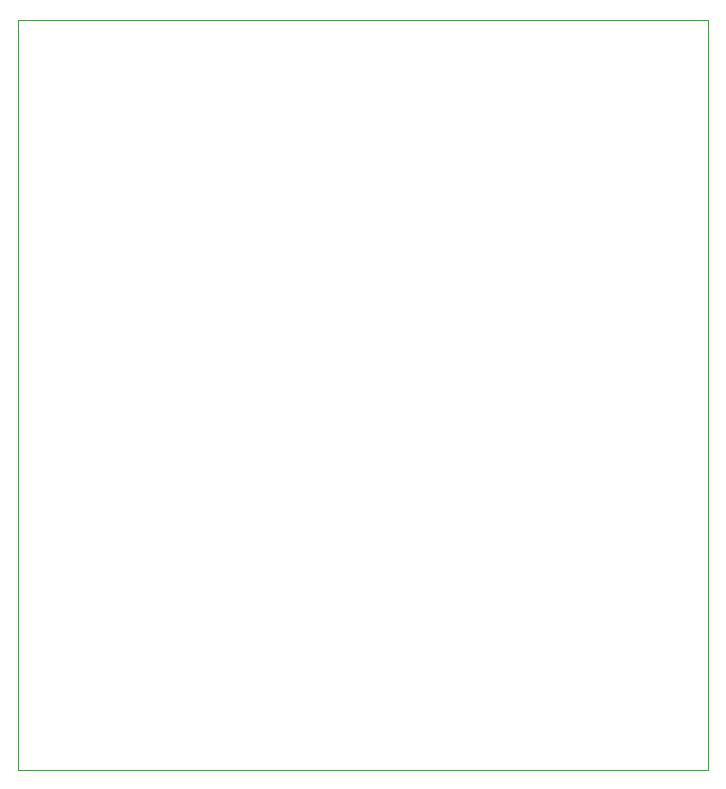
<source format=gbr>
G04 #@! TF.FileFunction,Profile,NP*
%FSLAX46Y46*%
G04 Gerber Fmt 4.6, Leading zero omitted, Abs format (unit mm)*
G04 Created by KiCad (PCBNEW (2015-04-17 BZR 5609)-product) date Fri 01 Apr 2016 01:29:41 PM CDT*
%MOMM*%
G01*
G04 APERTURE LIST*
%ADD10C,0.100000*%
G04 APERTURE END LIST*
D10*
X104140000Y-127000000D02*
X104140000Y-63500000D01*
X45720000Y-63500000D02*
X104140000Y-63500000D01*
X45720000Y-127000000D02*
X45720000Y-63500000D01*
X45720000Y-127000000D02*
X104140000Y-127000000D01*
M02*

</source>
